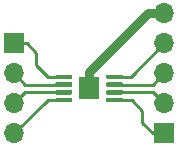
<source format=gbr>
%TF.GenerationSoftware,KiCad,Pcbnew,5.1.7-a382d34a8~87~ubuntu20.04.1*%
%TF.CreationDate,2020-11-06T18:28:57+02:00*%
%TF.ProjectId,BRK-MSOP-8-1EP-3x3-P0.65-EP1.68x1.88,42524b2d-4d53-44f5-902d-382d3145502d,v1.0*%
%TF.SameCoordinates,Original*%
%TF.FileFunction,Copper,L1,Top*%
%TF.FilePolarity,Positive*%
%FSLAX46Y46*%
G04 Gerber Fmt 4.6, Leading zero omitted, Abs format (unit mm)*
G04 Created by KiCad (PCBNEW 5.1.7-a382d34a8~87~ubuntu20.04.1) date 2020-11-06 18:28:57*
%MOMM*%
%LPD*%
G01*
G04 APERTURE LIST*
%TA.AperFunction,ComponentPad*%
%ADD10O,1.700000X1.700000*%
%TD*%
%TA.AperFunction,ComponentPad*%
%ADD11R,1.700000X1.700000*%
%TD*%
%TA.AperFunction,SMDPad,CuDef*%
%ADD12R,1.680000X1.880000*%
%TD*%
%TA.AperFunction,ViaPad*%
%ADD13C,0.600000*%
%TD*%
%TA.AperFunction,Conductor*%
%ADD14C,0.250000*%
%TD*%
%TA.AperFunction,Conductor*%
%ADD15C,0.800000*%
%TD*%
G04 APERTURE END LIST*
D10*
%TO.P,J2,5*%
%TO.N,EP*%
X106350000Y-93650000D03*
%TO.P,J2,4*%
%TO.N,PIN8*%
X106350000Y-96190000D03*
%TO.P,J2,3*%
%TO.N,PIN7*%
X106350000Y-98730000D03*
%TO.P,J2,2*%
%TO.N,PIN6*%
X106350000Y-101270000D03*
D11*
%TO.P,J2,1*%
%TO.N,PIN5*%
X106350000Y-103810000D03*
%TD*%
D10*
%TO.P,J1,4*%
%TO.N,PIN4*%
X93650000Y-103810000D03*
%TO.P,J1,3*%
%TO.N,PIN3*%
X93650000Y-101270000D03*
%TO.P,J1,2*%
%TO.N,PIN2*%
X93650000Y-98730000D03*
D11*
%TO.P,J1,1*%
%TO.N,PIN1*%
X93650000Y-96190000D03*
%TD*%
D12*
%TO.P,U1,9*%
%TO.N,EP*%
X100000000Y-100000000D03*
%TO.P,U1,8*%
%TO.N,PIN8*%
%TA.AperFunction,SMDPad,CuDef*%
G36*
G01*
X101425000Y-99125000D02*
X101425000Y-98925000D01*
G75*
G02*
X101525000Y-98825000I100000J0D01*
G01*
X102775000Y-98825000D01*
G75*
G02*
X102875000Y-98925000I0J-100000D01*
G01*
X102875000Y-99125000D01*
G75*
G02*
X102775000Y-99225000I-100000J0D01*
G01*
X101525000Y-99225000D01*
G75*
G02*
X101425000Y-99125000I0J100000D01*
G01*
G37*
%TD.AperFunction*%
%TO.P,U1,7*%
%TO.N,PIN7*%
%TA.AperFunction,SMDPad,CuDef*%
G36*
G01*
X101425000Y-99775000D02*
X101425000Y-99575000D01*
G75*
G02*
X101525000Y-99475000I100000J0D01*
G01*
X102775000Y-99475000D01*
G75*
G02*
X102875000Y-99575000I0J-100000D01*
G01*
X102875000Y-99775000D01*
G75*
G02*
X102775000Y-99875000I-100000J0D01*
G01*
X101525000Y-99875000D01*
G75*
G02*
X101425000Y-99775000I0J100000D01*
G01*
G37*
%TD.AperFunction*%
%TO.P,U1,6*%
%TO.N,PIN6*%
%TA.AperFunction,SMDPad,CuDef*%
G36*
G01*
X101425000Y-100425000D02*
X101425000Y-100225000D01*
G75*
G02*
X101525000Y-100125000I100000J0D01*
G01*
X102775000Y-100125000D01*
G75*
G02*
X102875000Y-100225000I0J-100000D01*
G01*
X102875000Y-100425000D01*
G75*
G02*
X102775000Y-100525000I-100000J0D01*
G01*
X101525000Y-100525000D01*
G75*
G02*
X101425000Y-100425000I0J100000D01*
G01*
G37*
%TD.AperFunction*%
%TO.P,U1,5*%
%TO.N,PIN5*%
%TA.AperFunction,SMDPad,CuDef*%
G36*
G01*
X101425000Y-101075000D02*
X101425000Y-100875000D01*
G75*
G02*
X101525000Y-100775000I100000J0D01*
G01*
X102775000Y-100775000D01*
G75*
G02*
X102875000Y-100875000I0J-100000D01*
G01*
X102875000Y-101075000D01*
G75*
G02*
X102775000Y-101175000I-100000J0D01*
G01*
X101525000Y-101175000D01*
G75*
G02*
X101425000Y-101075000I0J100000D01*
G01*
G37*
%TD.AperFunction*%
%TO.P,U1,4*%
%TO.N,PIN4*%
%TA.AperFunction,SMDPad,CuDef*%
G36*
G01*
X97125000Y-101075000D02*
X97125000Y-100875000D01*
G75*
G02*
X97225000Y-100775000I100000J0D01*
G01*
X98475000Y-100775000D01*
G75*
G02*
X98575000Y-100875000I0J-100000D01*
G01*
X98575000Y-101075000D01*
G75*
G02*
X98475000Y-101175000I-100000J0D01*
G01*
X97225000Y-101175000D01*
G75*
G02*
X97125000Y-101075000I0J100000D01*
G01*
G37*
%TD.AperFunction*%
%TO.P,U1,3*%
%TO.N,PIN3*%
%TA.AperFunction,SMDPad,CuDef*%
G36*
G01*
X97125000Y-100425000D02*
X97125000Y-100225000D01*
G75*
G02*
X97225000Y-100125000I100000J0D01*
G01*
X98475000Y-100125000D01*
G75*
G02*
X98575000Y-100225000I0J-100000D01*
G01*
X98575000Y-100425000D01*
G75*
G02*
X98475000Y-100525000I-100000J0D01*
G01*
X97225000Y-100525000D01*
G75*
G02*
X97125000Y-100425000I0J100000D01*
G01*
G37*
%TD.AperFunction*%
%TO.P,U1,2*%
%TO.N,PIN2*%
%TA.AperFunction,SMDPad,CuDef*%
G36*
G01*
X97125000Y-99775000D02*
X97125000Y-99575000D01*
G75*
G02*
X97225000Y-99475000I100000J0D01*
G01*
X98475000Y-99475000D01*
G75*
G02*
X98575000Y-99575000I0J-100000D01*
G01*
X98575000Y-99775000D01*
G75*
G02*
X98475000Y-99875000I-100000J0D01*
G01*
X97225000Y-99875000D01*
G75*
G02*
X97125000Y-99775000I0J100000D01*
G01*
G37*
%TD.AperFunction*%
%TO.P,U1,1*%
%TO.N,PIN1*%
%TA.AperFunction,SMDPad,CuDef*%
G36*
G01*
X97125000Y-99125000D02*
X97125000Y-98925000D01*
G75*
G02*
X97225000Y-98825000I100000J0D01*
G01*
X98475000Y-98825000D01*
G75*
G02*
X98575000Y-98925000I0J-100000D01*
G01*
X98575000Y-99125000D01*
G75*
G02*
X98475000Y-99225000I-100000J0D01*
G01*
X97225000Y-99225000D01*
G75*
G02*
X97125000Y-99125000I0J100000D01*
G01*
G37*
%TD.AperFunction*%
%TD*%
D13*
%TO.N,EP*%
X100000000Y-100000000D03*
%TD*%
D14*
%TO.N,PIN1*%
X94690000Y-96190000D02*
X93650000Y-96190000D01*
X95500000Y-97000000D02*
X94690000Y-96190000D01*
X95500000Y-98000000D02*
X95500000Y-97000000D01*
X96525000Y-99025000D02*
X95500000Y-98000000D01*
X97850000Y-99025000D02*
X96525000Y-99025000D01*
%TO.N,PIN2*%
X94595000Y-99675000D02*
X93650000Y-98730000D01*
X97850000Y-99675000D02*
X94595000Y-99675000D01*
%TO.N,PIN3*%
X94595000Y-100325000D02*
X93650000Y-101270000D01*
X97850000Y-100325000D02*
X94595000Y-100325000D01*
%TO.N,PIN4*%
X96485000Y-100975000D02*
X93650000Y-103810000D01*
X97850000Y-100975000D02*
X96485000Y-100975000D01*
%TO.N,PIN5*%
X105410000Y-103810000D02*
X106350000Y-103810000D01*
X104500000Y-102900000D02*
X105410000Y-103810000D01*
X104500000Y-101900000D02*
X104500000Y-102900000D01*
X103575000Y-100975000D02*
X104500000Y-101900000D01*
X102150000Y-100975000D02*
X103575000Y-100975000D01*
%TO.N,PIN6*%
X105405000Y-100325000D02*
X106350000Y-101270000D01*
X102150000Y-100325000D02*
X105405000Y-100325000D01*
%TO.N,PIN7*%
X105405000Y-99675000D02*
X106350000Y-98730000D01*
X102150000Y-99675000D02*
X105405000Y-99675000D01*
%TO.N,PIN8*%
X103515000Y-99025000D02*
X106350000Y-96190000D01*
X102150000Y-99025000D02*
X103515000Y-99025000D01*
D15*
%TO.N,EP*%
X100000000Y-98600000D02*
X104950000Y-93650000D01*
X104950000Y-93650000D02*
X106350000Y-93650000D01*
X100000000Y-100000000D02*
X100000000Y-98600000D01*
%TD*%
M02*

</source>
